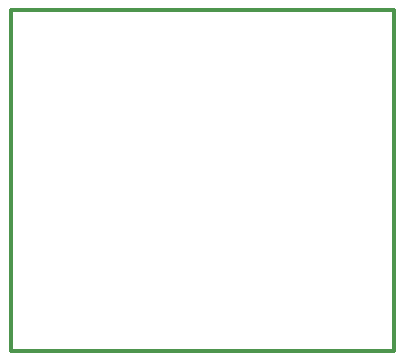
<source format=gko>
%FSTAX23Y23*%
%MOIN*%
%SFA1B1*%

%IPPOS*%
%ADD12C,0.012008*%
%LNpcb1-1*%
%LPD*%
G54D12*
X0244Y037D02*
Y04835D01*
X01165D02*
X0244D01*
X01165Y037D02*
Y04835D01*
Y037D02*
X0244D01*
M02*
</source>
